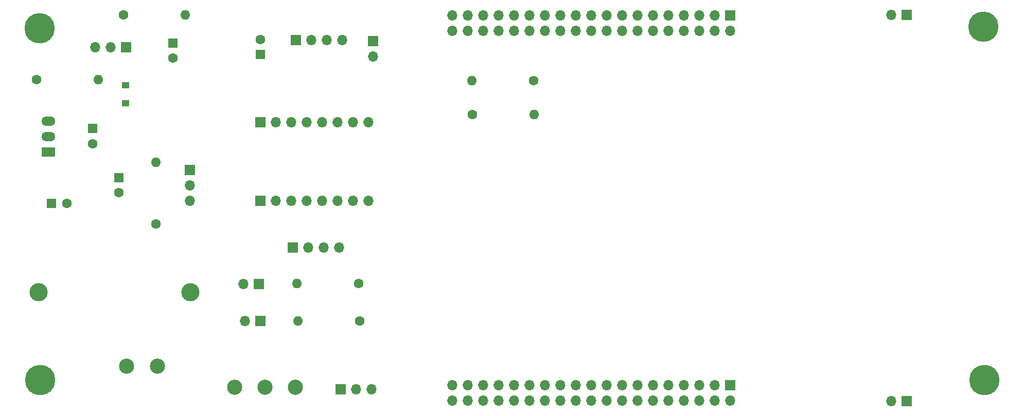
<source format=gbr>
%TF.GenerationSoftware,KiCad,Pcbnew,6.0.2+dfsg-1*%
%TF.CreationDate,2023-04-17T17:17:59+02:00*%
%TF.ProjectId,TransportPlatform_PCB,5472616e-7370-46f7-9274-506c6174666f,rev?*%
%TF.SameCoordinates,Original*%
%TF.FileFunction,Soldermask,Top*%
%TF.FilePolarity,Negative*%
%FSLAX46Y46*%
G04 Gerber Fmt 4.6, Leading zero omitted, Abs format (unit mm)*
G04 Created by KiCad (PCBNEW 6.0.2+dfsg-1) date 2023-04-17 17:17:59*
%MOMM*%
%LPD*%
G01*
G04 APERTURE LIST*
%ADD10C,1.600000*%
%ADD11O,1.600000X1.600000*%
%ADD12C,2.500000*%
%ADD13R,1.700000X1.700000*%
%ADD14O,1.700000X1.700000*%
%ADD15C,5.000000*%
%ADD16R,1.600000X1.600000*%
%ADD17C,3.000000*%
%ADD18R,1.200000X1.000000*%
%ADD19R,2.300000X1.500000*%
%ADD20O,2.300000X1.500000*%
G04 APERTURE END LIST*
D10*
%TO.C,R5*%
X125603000Y-39497000D03*
D11*
X115443000Y-39497000D03*
%TD*%
D10*
%TO.C,R2*%
X115570000Y-45085000D03*
D11*
X125730000Y-45085000D03*
%TD*%
D12*
%TO.C,J17*%
X58674000Y-86570000D03*
X63754000Y-86570000D03*
%TD*%
D13*
%TO.C,J8*%
X80645000Y-59355000D03*
D14*
X83185000Y-59355000D03*
X85725000Y-59355000D03*
X88265000Y-59355000D03*
X90805000Y-59355000D03*
X93345000Y-59355000D03*
X95885000Y-59355000D03*
X98425000Y-59355000D03*
%TD*%
D13*
%TO.C,J10*%
X86497000Y-32868000D03*
D14*
X89037000Y-32868000D03*
X91577000Y-32868000D03*
X94117000Y-32868000D03*
%TD*%
D15*
%TO.C,H4*%
X44450000Y-88900000D03*
%TD*%
D12*
%TO.C,J19*%
X76390000Y-90075000D03*
X81390000Y-90075000D03*
X86390000Y-90075000D03*
%TD*%
D16*
%TO.C,C5*%
X53076000Y-47415887D03*
D10*
X53076000Y-49915887D03*
%TD*%
D13*
%TO.C,JP1*%
X99187000Y-33015000D03*
D14*
X99187000Y-35555000D03*
%TD*%
D15*
%TO.C,H3*%
X199771000Y-88900000D03*
%TD*%
D13*
%TO.C,J11*%
X85979000Y-67056000D03*
D14*
X88519000Y-67056000D03*
X91059000Y-67056000D03*
X93599000Y-67056000D03*
%TD*%
D16*
%TO.C,C1*%
X80645000Y-35241113D03*
D10*
X80645000Y-32741113D03*
%TD*%
D15*
%TO.C,H1*%
X44323000Y-30861000D03*
%TD*%
D17*
%TO.C,F1*%
X44132000Y-74402000D03*
X69132000Y-74402000D03*
%TD*%
D13*
%TO.C,J18*%
X93868000Y-90424000D03*
D14*
X96408000Y-90424000D03*
X98948000Y-90424000D03*
%TD*%
D18*
%TO.C,D1*%
X58500900Y-43284900D03*
X58500900Y-40284900D03*
%TD*%
D13*
%TO.C,J16*%
X69088000Y-54244000D03*
D14*
X69088000Y-56784000D03*
X69088000Y-59324000D03*
%TD*%
D10*
%TO.C,R1*%
X43815000Y-39370000D03*
D11*
X53975000Y-39370000D03*
%TD*%
D16*
%TO.C,C2*%
X66294000Y-33338888D03*
D10*
X66294000Y-35838888D03*
%TD*%
%TO.C,R9*%
X63500000Y-63119000D03*
D11*
X63500000Y-52959000D03*
%TD*%
D13*
%TO.C,J9*%
X80645000Y-46355000D03*
D14*
X83185000Y-46355000D03*
X85725000Y-46355000D03*
X88265000Y-46355000D03*
X90805000Y-46355000D03*
X93345000Y-46355000D03*
X95885000Y-46355000D03*
X98425000Y-46355000D03*
%TD*%
D13*
%TO.C,J4*%
X186988000Y-28702000D03*
D14*
X184448000Y-28702000D03*
%TD*%
D15*
%TO.C,H2*%
X199644000Y-30607000D03*
%TD*%
D10*
%TO.C,R3*%
X96837500Y-72961500D03*
D11*
X86677500Y-72961500D03*
%TD*%
D19*
%TO.C,U1*%
X45774000Y-51288000D03*
D20*
X45774000Y-48748000D03*
X45774000Y-46208000D03*
%TD*%
D13*
%TO.C,J3*%
X186988000Y-92329000D03*
D14*
X184448000Y-92329000D03*
%TD*%
D16*
%TO.C,C3*%
X57404000Y-55499000D03*
D10*
X57404000Y-57999000D03*
%TD*%
D16*
%TO.C,C4*%
X46298388Y-59763000D03*
D10*
X48798388Y-59763000D03*
%TD*%
%TO.C,R4*%
X96964500Y-79184500D03*
D11*
X86804500Y-79184500D03*
%TD*%
D10*
%TO.C,R8*%
X58166000Y-28702000D03*
D11*
X68326000Y-28702000D03*
%TD*%
D13*
%TO.C,J15*%
X58547000Y-34036000D03*
D14*
X56007000Y-34036000D03*
X53467000Y-34036000D03*
%TD*%
D13*
%TO.C,J14*%
X80633500Y-79176300D03*
D14*
X78093500Y-79176300D03*
%TD*%
D13*
%TO.C,J13*%
X80384500Y-73080300D03*
D14*
X77844500Y-73080300D03*
%TD*%
D13*
%TO.C,J2*%
X157978000Y-89769000D03*
D14*
X157978000Y-92309000D03*
X155438000Y-89769000D03*
X155438000Y-92309000D03*
X152898000Y-89769000D03*
X152898000Y-92309000D03*
X150358000Y-89769000D03*
X150358000Y-92309000D03*
X147818000Y-89769000D03*
X147818000Y-92309000D03*
X145278000Y-89769000D03*
X145278000Y-92309000D03*
X142738000Y-89769000D03*
X142738000Y-92309000D03*
X140198000Y-89769000D03*
X140198000Y-92309000D03*
X137658000Y-89769000D03*
X137658000Y-92309000D03*
X135118000Y-89769000D03*
X135118000Y-92309000D03*
X132578000Y-89769000D03*
X132578000Y-92309000D03*
X130038000Y-89769000D03*
X130038000Y-92309000D03*
X127498000Y-89769000D03*
X127498000Y-92309000D03*
X124958000Y-89769000D03*
X124958000Y-92309000D03*
X122418000Y-89769000D03*
X122418000Y-92309000D03*
X119878000Y-89769000D03*
X119878000Y-92309000D03*
X117338000Y-89769000D03*
X117338000Y-92309000D03*
X114798000Y-89769000D03*
X114798000Y-92309000D03*
X112258000Y-89769000D03*
X112258000Y-92309000D03*
%TD*%
D13*
%TO.C,J1*%
X157978000Y-28769000D03*
D14*
X157978000Y-31309000D03*
X155438000Y-28769000D03*
X155438000Y-31309000D03*
X152898000Y-28769000D03*
X152898000Y-31309000D03*
X150358000Y-28769000D03*
X150358000Y-31309000D03*
X147818000Y-28769000D03*
X147818000Y-31309000D03*
X145278000Y-28769000D03*
X145278000Y-31309000D03*
X142738000Y-28769000D03*
X142738000Y-31309000D03*
X140198000Y-28769000D03*
X140198000Y-31309000D03*
X137658000Y-28769000D03*
X137658000Y-31309000D03*
X135118000Y-28769000D03*
X135118000Y-31309000D03*
X132578000Y-28769000D03*
X132578000Y-31309000D03*
X130038000Y-28769000D03*
X130038000Y-31309000D03*
X127498000Y-28769000D03*
X127498000Y-31309000D03*
X124958000Y-28769000D03*
X124958000Y-31309000D03*
X122418000Y-28769000D03*
X122418000Y-31309000D03*
X119878000Y-28769000D03*
X119878000Y-31309000D03*
X117338000Y-28769000D03*
X117338000Y-31309000D03*
X114798000Y-28769000D03*
X114798000Y-31309000D03*
X112258000Y-28769000D03*
X112258000Y-31309000D03*
%TD*%
M02*

</source>
